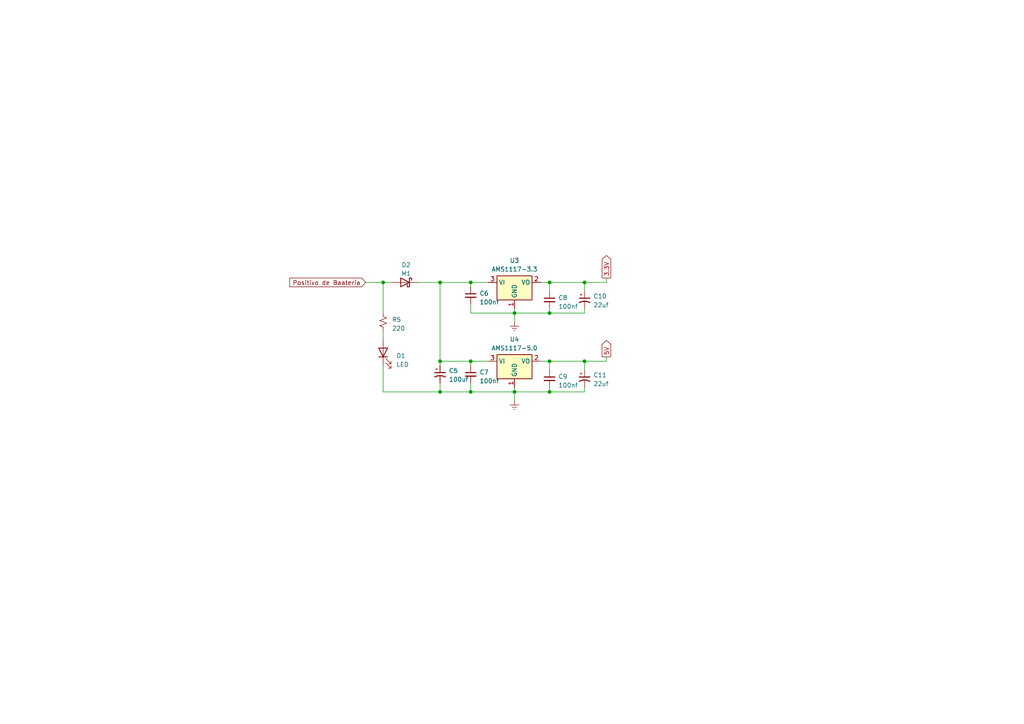
<source format=kicad_sch>
(kicad_sch (version 20230121) (generator eeschema)
  (paper "A4")
  (lib_symbols
    (symbol "Device:C_Polarized_Small_US" (pin_numbers hide) (pin_names (offset 0.254) hide)
      (property "Reference" "C" (at 0.254 1.778 0))
      (property "Value" "C_Polarized_Small_US" (at 0.254 -2.032 0))
      (symbol "C_Polarized_Small_US_0_1"
        (polyline (pts (xy -1.524 0.508) (xy 1.524 0.508)) (stroke (width 0.3048)))
        (polyline (pts (xy -1.27 1.524) (xy -0.762 1.524)))
        (polyline (pts (xy -1.016 1.27) (xy -1.016 1.778)))
        (arc (start 1.524 -0.762) (mid 0 -0.3734) (end -1.524 -0.762) (stroke (width 0.3048)))
      )
      (symbol "C_Polarized_Small_US_1_1"
        (pin passive line (at 0 2.54 270) (length 2.032) (name "~") (number "1"))
        (pin passive line (at 0 -2.54 90) (length 2.032) (name "~") (number "2"))
      )
    )
    (symbol "Device:C_Small" (pin_numbers hide) (pin_names (offset 0.254) hide)
      (property "Reference" "C" (at 0.254 1.778 0))
      (property "Value" "C_Small" (at 0.254 -2.032 0))
      (symbol "C_Small_0_1"
        (polyline (pts (xy -1.524 -0.508) (xy 1.524 -0.508)) (stroke (width 0.3302)))
        (polyline (pts (xy -1.524 0.508) (xy 1.524 0.508)) (stroke (width 0.3048)))
      )
      (symbol "C_Small_1_1"
        (pin passive line (at 0 2.54 270) (length 2.032) (name "~") (number "1"))
        (pin passive line (at 0 -2.54 90) (length 2.032) (name "~") (number "2"))
      )
    )
    (symbol "Device:LED" (pin_numbers hide) (pin_names (offset 1.016) hide)
      (property "Reference" "D" (at 0 2.54 0))
      (property "Value" "LED" (at 0 -2.54 0))
      (symbol "LED_0_1"
        (polyline (pts (xy -1.27 -1.27) (xy -1.27 1.27)) (stroke (width 0.254)))
        (polyline (pts (xy -1.27 0) (xy 1.27 0)))
        (polyline (pts (xy 1.27 -1.27) (xy 1.27 1.27) (xy -1.27 0) (xy 1.27 -1.27)) (stroke (width 0.254)))
        (polyline (pts (xy -3.048 -0.762) (xy -4.572 -2.286) (xy -3.81 -2.286) (xy -4.572 -2.286) (xy -4.572 -1.524)))
        (polyline (pts (xy -1.778 -0.762) (xy -3.302 -2.286) (xy -2.54 -2.286) (xy -3.302 -2.286) (xy -3.302 -1.524)))
      )
      (symbol "LED_1_1"
        (pin passive line (at -3.81 0 0) (length 2.54) (name "K") (number "1"))
        (pin passive line (at 3.81 0 180) (length 2.54) (name "A") (number "2"))
      )
    )
    (symbol "Device:R_Small_US" (pin_numbers hide) (pin_names (offset 0.254) hide)
      (property "Reference" "R" (at 0.762 0.508 0))
      (property "Value" "R_Small_US" (at 0.762 -1.016 0))
      (symbol "R_Small_US_1_1"
        (polyline (pts (xy 0 0) (xy 1.016 -0.381) (xy 0 -0.762) (xy -1.016 -1.143) (xy 0 -1.524)))
        (polyline (pts (xy 0 1.524) (xy 1.016 1.143) (xy 0 0.762) (xy -1.016 0.381) (xy 0 0)))
        (pin passive line (at 0 2.54 270) (length 1.016) (name "~") (number "1"))
        (pin passive line (at 0 -2.54 90) (length 1.016) (name "~") (number "2"))
      )
    )
    (symbol "Diode:B120-E3" (pin_numbers hide) (pin_names hide)
      (property "Reference" "D" (at 0 2.54 0))
      (property "Value" "B120-E3" (at 0 -2.54 0))
      (symbol "B120-E3_0_1"
        (polyline (pts (xy 1.27 0) (xy -1.27 0)))
        (polyline (pts (xy 1.27 1.27) (xy 1.27 -1.27) (xy -1.27 0) (xy 1.27 1.27)) (stroke (width 0.254)))
        (polyline (pts (xy -1.905 0.635) (xy -1.905 1.27) (xy -1.27 1.27) (xy -1.27 -1.27) (xy -0.635 -1.27) (xy -0.635 -0.635)) (stroke (width 0.254)))
      )
      (symbol "B120-E3_1_1"
        (pin passive line (at -3.81 0 0) (length 2.54) (name "K") (number "1"))
        (pin passive line (at 3.81 0 180) (length 2.54) (name "A") (number "2"))
      )
    )
    (symbol "Regulator_Linear:AMS1117-3.3"
      (property "Reference" "U" (at -3.81 3.175 0))
      (property "Value" "AMS1117-3.3" (at 0 3.175 0))
      (symbol "AMS1117-3.3_0_1"
        (rectangle (start -5.08 -5.08) (end 5.08 1.905) (stroke (width 0.254)) (fill (type background)))
      )
      (symbol "AMS1117-3.3_1_1"
        (pin power_in line (at 0 -7.62 90) (length 2.54) (name "GND") (number "1"))
        (pin power_out line (at 7.62 0 180) (length 2.54) (name "VO") (number "2"))
        (pin power_in line (at -7.62 0 0) (length 2.54) (name "VI") (number "3"))
      )
    )
    (symbol "Regulator_Linear:AMS1117-5.0"
      (property "Reference" "U" (at -3.81 3.175 0))
      (property "Value" "AMS1117-5.0" (at 0 3.175 0))
      (symbol "AMS1117-5.0_0_1"
        (rectangle (start -5.08 -5.08) (end 5.08 1.905) (stroke (width 0.254)) (fill (type background)))
      )
      (symbol "AMS1117-5.0_1_1"
        (pin power_in line (at 0 -7.62 90) (length 2.54) (name "GND") (number "1"))
        (pin power_out line (at 7.62 0 180) (length 2.54) (name "VO") (number "2"))
        (pin power_in line (at -7.62 0 0) (length 2.54) (name "VI") (number "3"))
      )
    )
    (symbol "power:Earth" (power) (pin_names (offset 0))
      (symbol "Earth_0_1"
        (polyline (pts (xy -0.635 -1.905) (xy 0.635 -1.905)))
        (polyline (pts (xy -0.127 -2.54) (xy 0.127 -2.54)))
        (polyline (pts (xy 0 -1.27) (xy 0 0)))
        (polyline (pts (xy 1.27 -1.27) (xy -1.27 -1.27)))
      )
      (symbol "Earth_1_1"
        (pin power_in line (at 0 0 270) (length 0) hide (name "Earth") (number "1"))
      )
    )
  )
  (junction (at 159.385 104.775))
  (junction (at 127.635 81.915))
  (junction (at 169.545 81.915))
  (junction (at 159.385 81.915))
  (junction (at 169.545 104.775))
  (junction (at 127.635 113.665))
  (junction (at 159.385 90.805))
  (junction (at 149.225 90.805))
  (junction (at 159.385 113.665))
  (junction (at 136.525 81.915))
  (junction (at 136.525 104.775))
  (junction (at 111.125 81.915))
  (junction (at 149.225 113.665))
  (junction (at 127.635 104.775))
  (junction (at 136.525 113.665))
  (wire (pts (xy 169.545 113.665) (xy 159.385 113.665)))
  (wire (pts (xy 111.125 113.665) (xy 127.635 113.665)))
  (wire (pts (xy 169.545 104.775) (xy 169.545 107.315)))
  (wire (pts (xy 136.525 104.775) (xy 141.605 104.775)))
  (wire (pts (xy 159.385 89.535) (xy 159.385 90.805)))
  (wire (pts (xy 149.225 90.805) (xy 159.385 90.805)))
  (wire (pts (xy 106.045 81.915) (xy 111.125 81.915)))
  (wire (pts (xy 136.525 81.915) (xy 141.605 81.915)))
  (wire (pts (xy 169.545 81.915) (xy 175.895 81.915)))
  (wire (pts (xy 159.385 112.395) (xy 159.385 113.665)))
  (wire (pts (xy 111.125 106.045) (xy 111.125 113.665)))
  (wire (pts (xy 127.635 111.125) (xy 127.635 113.665)))
  (wire (pts (xy 136.525 111.125) (xy 136.525 113.665)))
  (wire (pts (xy 169.545 104.775) (xy 175.895 104.775)))
  (wire (pts (xy 136.525 81.915) (xy 136.525 83.185)))
  (wire (pts (xy 149.225 90.805) (xy 149.225 93.345)))
  (wire (pts (xy 127.635 81.915) (xy 136.525 81.915)))
  (wire (pts (xy 159.385 81.915) (xy 159.385 84.455)))
  (wire (pts (xy 169.545 81.915) (xy 169.545 84.455)))
  (wire (pts (xy 127.635 113.665) (xy 136.525 113.665)))
  (wire (pts (xy 136.525 113.665) (xy 149.225 113.665)))
  (wire (pts (xy 111.125 90.805) (xy 111.125 81.915)))
  (wire (pts (xy 156.845 104.775) (xy 159.385 104.775)))
  (wire (pts (xy 121.285 81.915) (xy 127.635 81.915)))
  (wire (pts (xy 159.385 81.915) (xy 169.545 81.915)))
  (wire (pts (xy 149.225 90.805) (xy 149.225 89.535)))
  (wire (pts (xy 136.525 90.805) (xy 149.225 90.805)))
  (wire (pts (xy 149.225 113.665) (xy 149.225 112.395)))
  (wire (pts (xy 127.635 104.775) (xy 127.635 81.915)))
  (wire (pts (xy 175.895 104.775) (xy 175.895 103.505)))
  (wire (pts (xy 156.845 81.915) (xy 159.385 81.915)))
  (wire (pts (xy 111.125 95.885) (xy 111.125 98.425)))
  (wire (pts (xy 159.385 104.775) (xy 159.385 107.315)))
  (wire (pts (xy 175.895 81.915) (xy 175.895 80.645)))
  (wire (pts (xy 159.385 90.805) (xy 169.545 90.805)))
  (wire (pts (xy 149.225 113.665) (xy 149.225 116.205)))
  (wire (pts (xy 159.385 104.775) (xy 169.545 104.775)))
  (wire (pts (xy 111.125 81.915) (xy 113.665 81.915)))
  (wire (pts (xy 149.225 113.665) (xy 159.385 113.665)))
  (wire (pts (xy 136.525 104.775) (xy 136.525 106.045)))
  (wire (pts (xy 169.545 112.395) (xy 169.545 113.665)))
  (wire (pts (xy 169.545 89.535) (xy 169.545 90.805)))
  (wire (pts (xy 136.525 88.265) (xy 136.525 90.805)))
  (wire (pts (xy 127.635 104.775) (xy 136.525 104.775)))
  (wire (pts (xy 127.635 104.775) (xy 127.635 106.045)))
  (global_label "3.3V" (shape output) (at 175.895 80.645 90) (property "Intersheetrefs" "${INTERSHEET_REFS}" (effects hide)))
  (global_label "Positivo de Baateria" (shape input) (at 106.045 81.915 180) (property "Intersheetrefs" "${INTERSHEET_REFS}" (effects hide)))
  (global_label "5V" (shape output) (at 175.895 103.505 90) (property "Intersheetrefs" "${INTERSHEET_REFS}" (effects hide)))
  (symbol (lib_id "Regulator_Linear:AMS1117-5.0") (at 149.225 104.775 0) (unit 1)
    (property "Reference" "U4" (at 149.225 98.425 0))
    (property "Value" "AMS1117-5.0" (at 149.225 100.965 0))
    (property "Footprint" "Package_TO_SOT_SMD:SOT-223-3_TabPin2" (effects hide))
    (property "Datasheet" "http://www.advanced-monolithic.com/pdf/ds1117.pdf" (effects hide))
    (instances (project "KISS_V2" (path "" (reference "U4") (unit 1))) (project "reguladores" (path "" (reference "U1") (unit 1))))
  )
  (symbol (lib_id "Device:C_Polarized_Small_US") (at 169.545 109.855 0) (unit 1)
    (property "Reference" "C11" (at 172.085 108.7882 0) (effects (justify left)))
    (property "Value" "22uf" (at 172.085 111.3282 0) (effects (justify left)))
    (property "Footprint" "Capacitor_SMD:CP_Elec_6.3x3" (effects hide))
    (instances (project "KISS_V2" (path "" (reference "C11") (unit 1))) (project "reguladores" (path "" (reference "C7") (unit 1))))
  )
  (symbol (lib_id "Device:LED") (at 111.125 102.235 90) (unit 1)
    (property "Reference" "D1" (at 114.935 103.1875 90) (effects (justify right)))
    (property "Value" "LED" (at 114.935 105.7275 90) (effects (justify right)))
    (property "Footprint" "LED_SMD:LED_1206_3216Metric" (effects hide))
    (instances (project "KISS_V2" (path "" (reference "D1") (unit 1))) (project "reguladores" (path "" (reference "D2") (unit 1))))
  )
  (symbol (lib_id "Device:C_Small") (at 159.385 109.855 0) (unit 1)
    (property "Reference" "C9" (at 161.925 109.2263 0) (effects (justify left)))
    (property "Value" "100nf" (at 161.925 111.7663 0) (effects (justify left)))
    (property "Footprint" "Capacitor_SMD:C_0201_0603Metric" (effects hide))
    (instances (project "KISS_V2" (path "" (reference "C9") (unit 1))) (project "reguladores" (path "" (reference "C6") (unit 1))))
  )
  (symbol (lib_id "Regulator_Linear:AMS1117-3.3") (at 149.225 81.915 0) (unit 1)
    (property "Reference" "U3" (at 149.225 75.565 0))
    (property "Value" "AMS1117-3.3" (at 149.225 78.105 0))
    (property "Footprint" "Package_TO_SOT_SMD:SOT-223-3_TabPin2" (effects hide))
    (property "Datasheet" "http://www.advanced-monolithic.com/pdf/ds1117.pdf" (effects hide))
    (instances (project "KISS_V2" (path "" (reference "U3") (unit 1))) (project "reguladores" (path "" (reference "U2") (unit 1))))
  )
  (symbol (lib_id "Device:R_Small_US") (at 111.125 93.345 0) (unit 1)
    (property "Reference" "R5" (at 113.665 92.71 0) (effects (justify left)))
    (property "Value" "220" (at 113.665 95.25 0) (effects (justify left)))
    (property "Footprint" "Resistor_SMD:R_0201_0603Metric" (effects hide))
    (instances (project "KISS_V2" (path "" (reference "R5") (unit 1))) (project "reguladores" (path "" (reference "R1") (unit 1))))
  )
  (symbol (lib_id "Device:C_Polarized_Small_US") (at 169.545 86.995 0) (unit 1)
    (property "Reference" "C10" (at 172.085 85.9282 0) (effects (justify left)))
    (property "Value" "22uf" (at 172.085 88.4682 0) (effects (justify left)))
    (property "Footprint" "Capacitor_SMD:CP_Elec_6.3x3" (effects hide))
    (instances (project "KISS_V2" (path "" (reference "C10") (unit 1))) (project "reguladores" (path "" (reference "C4") (unit 1))))
  )
  (symbol (lib_id "power:Earth") (at 149.225 93.345 0) (unit 1)
    (property "Reference" "#PWR07" (effects hide))
    (property "Value" "Earth" (effects hide))
    (instances (project "KISS_V2" (path "" (reference "#PWR07") (unit 1))) (project "reguladores" (path "" (reference "#PWR01") (unit 1))))
  )
  (symbol (lib_id "power:Earth") (at 149.225 116.205 0) (unit 1)
    (property "Reference" "#PWR08" (effects hide))
    (property "Value" "Earth" (effects hide))
    (instances (project "KISS_V2" (path "" (reference "#PWR08") (unit 1))) (project "reguladores" (path "" (reference "#PWR04") (unit 1))))
  )
  (symbol (lib_id "Device:C_Polarized_Small_US") (at 127.635 108.585 0) (unit 1)
    (property "Reference" "C5" (at 130.175 107.5182 0) (effects (justify left)))
    (property "Value" "100uf" (at 130.175 110.0582 0) (effects (justify left)))
    (property "Footprint" "Capacitor_SMD:CP_Elec_6.3x3" (effects hide))
    (instances (project "KISS_V2" (path "" (reference "C5") (unit 1))) (project "reguladores" (path "" (reference "C1") (unit 1))))
  )
  (symbol (lib_id "Diode:B120-E3") (at 117.475 81.915 0) (mirror y) (unit 1)
    (property "Reference" "D2" (at 117.7925 76.835 0))
    (property "Value" "M1" (at 117.7925 79.375 0))
    (property "Footprint" "Diode_SMD:D_SMA" (effects hide))
    (property "Datasheet" "http://www.vishay.com/docs/88946/b120.pdf" (effects hide))
    (instances (project "KISS_V2" (path "" (reference "D2") (unit 1))) (project "reguladores" (path "" (reference "D1") (unit 1))))
  )
  (symbol (lib_id "Device:C_Small") (at 159.385 86.995 0) (unit 1)
    (property "Reference" "C8" (at 161.925 86.3663 0) (effects (justify left)))
    (property "Value" "100nf" (at 161.925 88.9063 0) (effects (justify left)))
    (property "Footprint" "Capacitor_SMD:C_0201_0603Metric" (effects hide))
    (instances (project "KISS_V2" (path "" (reference "C8") (unit 1))) (project "reguladores" (path "" (reference "C3") (unit 1))))
  )
  (symbol (lib_id "Device:C_Small") (at 136.525 108.585 0) (unit 1)
    (property "Reference" "C7" (at 139.065 107.9563 0) (effects (justify left)))
    (property "Value" "100nf" (at 139.065 110.4963 0) (effects (justify left)))
    (property "Footprint" "Capacitor_SMD:C_0201_0603Metric" (effects hide))
    (instances (project "KISS_V2" (path "" (reference "C7") (unit 1))) (project "reguladores" (path "" (reference "C5") (unit 1))))
  )
  (symbol (lib_id "Device:C_Small") (at 136.525 85.725 0) (unit 1)
    (property "Reference" "C6" (at 139.065 85.0963 0) (effects (justify left)))
    (property "Value" "100nf" (at 139.065 87.6363 0) (effects (justify left)))
    (property "Footprint" "Capacitor_SMD:C_0201_0603Metric" (effects hide))
    (instances (project "KISS_V2" (path "" (reference "C6") (unit 1))) (project "reguladores" (path "" (reference "C2") (unit 1))))
  )
)
</source>
